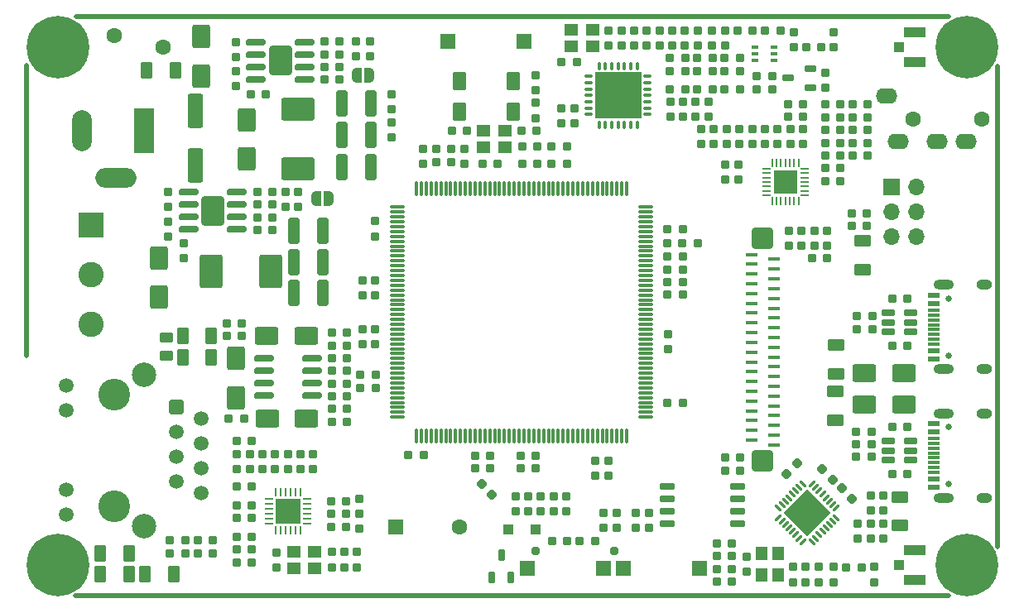
<source format=gts>
G04 #@! TF.GenerationSoftware,KiCad,Pcbnew,7.0.1-3b83917a11~172~ubuntu22.10.1*
G04 #@! TF.CreationDate,2023-03-21T16:32:08+07:00*
G04 #@! TF.ProjectId,GatewayPlus_V1.4,47617465-7761-4795-906c-75735f56312e,rev?*
G04 #@! TF.SameCoordinates,Original*
G04 #@! TF.FileFunction,Soldermask,Top*
G04 #@! TF.FilePolarity,Negative*
%FSLAX46Y46*%
G04 Gerber Fmt 4.6, Leading zero omitted, Abs format (unit mm)*
G04 Created by KiCad (PCBNEW 7.0.1-3b83917a11~172~ubuntu22.10.1) date 2023-03-21 16:32:08*
%MOMM*%
%LPD*%
G01*
G04 APERTURE LIST*
G04 Aperture macros list*
%AMRoundRect*
0 Rectangle with rounded corners*
0 $1 Rounding radius*
0 $2 $3 $4 $5 $6 $7 $8 $9 X,Y pos of 4 corners*
0 Add a 4 corners polygon primitive as box body*
4,1,4,$2,$3,$4,$5,$6,$7,$8,$9,$2,$3,0*
0 Add four circle primitives for the rounded corners*
1,1,$1+$1,$2,$3*
1,1,$1+$1,$4,$5*
1,1,$1+$1,$6,$7*
1,1,$1+$1,$8,$9*
0 Add four rect primitives between the rounded corners*
20,1,$1+$1,$2,$3,$4,$5,0*
20,1,$1+$1,$4,$5,$6,$7,0*
20,1,$1+$1,$6,$7,$8,$9,0*
20,1,$1+$1,$8,$9,$2,$3,0*%
%AMRotRect*
0 Rectangle, with rotation*
0 The origin of the aperture is its center*
0 $1 length*
0 $2 width*
0 $3 Rotation angle, in degrees counterclockwise*
0 Add horizontal line*
21,1,$1,$2,0,0,$3*%
%AMFreePoly0*
4,1,19,0.500000,-0.750000,0.000000,-0.750000,0.000000,-0.744911,-0.071157,-0.744911,-0.207708,-0.704816,-0.327430,-0.627875,-0.420627,-0.520320,-0.479746,-0.390866,-0.500000,-0.250000,-0.500000,0.250000,-0.479746,0.390866,-0.420627,0.520320,-0.327430,0.627875,-0.207708,0.704816,-0.071157,0.744911,0.000000,0.744911,0.000000,0.750000,0.500000,0.750000,0.500000,-0.750000,0.500000,-0.750000,
$1*%
%AMFreePoly1*
4,1,19,0.000000,0.744911,0.071157,0.744911,0.207708,0.704816,0.327430,0.627875,0.420627,0.520320,0.479746,0.390866,0.500000,0.250000,0.500000,-0.250000,0.479746,-0.390866,0.420627,-0.520320,0.327430,-0.627875,0.207708,-0.704816,0.071157,-0.744911,0.000000,-0.744911,0.000000,-0.750000,-0.500000,-0.750000,-0.500000,0.750000,0.000000,0.750000,0.000000,0.744911,0.000000,0.744911,
$1*%
%AMFreePoly2*
4,1,14,0.318306,0.106694,0.381694,0.043306,0.400000,-0.000888,0.400000,-0.062500,0.381694,-0.106694,0.337500,-0.125000,-0.337500,-0.125000,-0.381694,-0.106694,-0.400000,-0.062500,-0.400000,0.062500,-0.381694,0.106694,-0.337500,0.125000,0.274112,0.125000,0.318306,0.106694,0.318306,0.106694,$1*%
%AMFreePoly3*
4,1,14,0.381694,0.106694,0.400000,0.062500,0.400000,0.000888,0.381694,-0.043306,0.318306,-0.106694,0.274112,-0.125000,-0.337500,-0.125000,-0.381694,-0.106694,-0.400000,-0.062500,-0.400000,0.062500,-0.381694,0.106694,-0.337500,0.125000,0.337500,0.125000,0.381694,0.106694,0.381694,0.106694,$1*%
%AMFreePoly4*
4,1,14,0.106694,0.381694,0.125000,0.337500,0.125000,-0.337500,0.106694,-0.381694,0.062500,-0.400000,-0.062500,-0.400000,-0.106694,-0.381694,-0.125000,-0.337500,-0.125000,0.274112,-0.106694,0.318306,-0.043306,0.381694,0.000888,0.400000,0.062500,0.400000,0.106694,0.381694,0.106694,0.381694,$1*%
%AMFreePoly5*
4,1,14,0.043306,0.381694,0.106694,0.318306,0.125000,0.274112,0.125000,-0.337500,0.106694,-0.381694,0.062500,-0.400000,-0.062500,-0.400000,-0.106694,-0.381694,-0.125000,-0.337500,-0.125000,0.337500,-0.106694,0.381694,-0.062500,0.400000,-0.000888,0.400000,0.043306,0.381694,0.043306,0.381694,$1*%
%AMFreePoly6*
4,1,14,0.381694,0.106694,0.400000,0.062500,0.400000,-0.062500,0.381694,-0.106694,0.337500,-0.125000,-0.274112,-0.125000,-0.318306,-0.106693,-0.381694,-0.043306,-0.400000,0.000888,-0.400000,0.062500,-0.381694,0.106694,-0.337500,0.125000,0.337500,0.125000,0.381694,0.106694,0.381694,0.106694,$1*%
%AMFreePoly7*
4,1,14,0.381694,0.106694,0.400000,0.062500,0.400000,-0.062500,0.381694,-0.106694,0.337500,-0.125000,-0.337500,-0.125000,-0.381694,-0.106694,-0.400000,-0.062500,-0.400000,-0.000888,-0.381694,0.043306,-0.318306,0.106694,-0.274112,0.125000,0.337500,0.125000,0.381694,0.106694,0.381694,0.106694,$1*%
%AMFreePoly8*
4,1,14,0.106694,0.381694,0.125000,0.337500,0.125000,-0.274112,0.106694,-0.318306,0.043306,-0.381694,-0.000888,-0.400000,-0.062500,-0.400000,-0.106694,-0.381694,-0.125000,-0.337500,-0.125000,0.337500,-0.106694,0.381694,-0.062500,0.400000,0.062500,0.400000,0.106694,0.381694,0.106694,0.381694,$1*%
%AMFreePoly9*
4,1,14,0.106694,0.381694,0.125000,0.337500,0.125000,-0.337500,0.106694,-0.381694,0.062500,-0.400000,0.000888,-0.400000,-0.043306,-0.381693,-0.106694,-0.318306,-0.125000,-0.274112,-0.125000,0.337500,-0.106694,0.381694,-0.062500,0.400000,0.062500,0.400000,0.106694,0.381694,0.106694,0.381694,$1*%
G04 Aperture macros list end*
%ADD10C,0.500000*%
%ADD11R,1.400000X1.200000*%
%ADD12RoundRect,0.127500X-0.297500X-0.322500X0.297500X-0.322500X0.297500X0.322500X-0.297500X0.322500X0*%
%ADD13R,1.100000X1.100000*%
%ADD14R,2.200000X1.100000*%
%ADD15RoundRect,0.127500X-0.322500X0.297500X-0.322500X-0.297500X0.322500X-0.297500X0.322500X0.297500X0*%
%ADD16RoundRect,0.090000X0.560000X0.210000X-0.560000X0.210000X-0.560000X-0.210000X0.560000X-0.210000X0*%
%ADD17RoundRect,0.127500X0.297500X0.322500X-0.297500X0.322500X-0.297500X-0.322500X0.297500X-0.322500X0*%
%ADD18C,0.800000*%
%ADD19C,6.400000*%
%ADD20RoundRect,0.062500X0.062500X-0.350000X0.062500X0.350000X-0.062500X0.350000X-0.062500X-0.350000X0*%
%ADD21RoundRect,0.062500X0.350000X-0.062500X0.350000X0.062500X-0.350000X0.062500X-0.350000X-0.062500X0*%
%ADD22RoundRect,0.130000X1.170000X-1.170000X1.170000X1.170000X-1.170000X1.170000X-1.170000X-1.170000X0*%
%ADD23RoundRect,0.127500X0.322500X-0.297500X0.322500X0.297500X-0.322500X0.297500X-0.322500X-0.297500X0*%
%ADD24RoundRect,0.130000X0.520000X0.820000X-0.520000X0.820000X-0.520000X-0.820000X0.520000X-0.820000X0*%
%ADD25RoundRect,0.062500X0.309359X-0.220971X-0.220971X0.309359X-0.309359X0.220971X0.220971X-0.309359X0*%
%ADD26RoundRect,0.062500X0.309359X0.220971X0.220971X0.309359X-0.309359X-0.220971X-0.220971X-0.309359X0*%
%ADD27RotRect,3.450000X3.450000X135.000000*%
%ADD28FreePoly0,0.000000*%
%ADD29FreePoly1,0.000000*%
%ADD30R,1.200000X1.400000*%
%ADD31RoundRect,0.150000X-0.525000X0.350000X-0.525000X-0.350000X0.525000X-0.350000X0.525000X0.350000X0*%
%ADD32R,2.600000X2.600000*%
%ADD33C,2.600000*%
%ADD34RoundRect,0.250000X-0.550000X1.500000X-0.550000X-1.500000X0.550000X-1.500000X0.550000X1.500000X0*%
%ADD35RoundRect,0.172500X-0.402500X-0.702500X0.402500X-0.702500X0.402500X0.702500X-0.402500X0.702500X0*%
%ADD36R,2.000000X4.600000*%
%ADD37O,2.000000X4.200000*%
%ADD38O,4.200000X2.000000*%
%ADD39RoundRect,0.172500X0.702500X-0.402500X0.702500X0.402500X-0.702500X0.402500X-0.702500X-0.402500X0*%
%ADD40RoundRect,0.075000X-0.075000X0.312500X-0.075000X-0.312500X0.075000X-0.312500X0.075000X0.312500X0*%
%ADD41RoundRect,0.075000X-0.312500X0.075000X-0.312500X-0.075000X0.312500X-0.075000X0.312500X0.075000X0*%
%ADD42R,4.800000X4.800000*%
%ADD43RoundRect,0.180000X-1.020000X-0.720000X1.020000X-0.720000X1.020000X0.720000X-1.020000X0.720000X0*%
%ADD44RoundRect,0.172500X0.402500X1.177500X-0.402500X1.177500X-0.402500X-1.177500X0.402500X-1.177500X0*%
%ADD45RoundRect,0.127500X-0.438406X-0.017678X-0.017678X-0.438406X0.438406X0.017678X0.017678X0.438406X0*%
%ADD46RoundRect,0.180000X-0.720000X1.020000X-0.720000X-1.020000X0.720000X-1.020000X0.720000X1.020000X0*%
%ADD47R,1.500000X1.500000*%
%ADD48RoundRect,0.075000X-0.075000X0.675000X-0.075000X-0.675000X0.075000X-0.675000X0.075000X0.675000X0*%
%ADD49RoundRect,0.075000X-0.675000X0.075000X-0.675000X-0.075000X0.675000X-0.075000X0.675000X0.075000X0*%
%ADD50RoundRect,0.090000X0.885000X0.210000X-0.885000X0.210000X-0.885000X-0.210000X0.885000X-0.210000X0*%
%ADD51C,1.600000*%
%ADD52RoundRect,0.090000X0.210000X-0.510000X0.210000X0.510000X-0.210000X0.510000X-0.210000X-0.510000X0*%
%ADD53RoundRect,0.127500X0.438406X0.017678X0.017678X0.438406X-0.438406X-0.017678X-0.017678X-0.438406X0*%
%ADD54RoundRect,0.090000X0.510000X0.210000X-0.510000X0.210000X-0.510000X-0.210000X0.510000X-0.210000X0*%
%ADD55C,0.650000*%
%ADD56R,1.300000X0.600000*%
%ADD57R,1.300000X0.300000*%
%ADD58O,2.100000X1.000000*%
%ADD59O,1.600000X1.000000*%
%ADD60RoundRect,0.127500X0.017678X-0.438406X0.438406X-0.017678X-0.017678X0.438406X-0.438406X0.017678X0*%
%ADD61RoundRect,0.172500X0.402500X0.702500X-0.402500X0.702500X-0.402500X-0.702500X0.402500X-0.702500X0*%
%ADD62RoundRect,0.250000X0.300000X0.300000X-0.300000X0.300000X-0.300000X-0.300000X0.300000X-0.300000X0*%
%ADD63RoundRect,0.150000X-0.650000X-0.150000X0.650000X-0.150000X0.650000X0.150000X-0.650000X0.150000X0*%
%ADD64RoundRect,0.172500X-0.702500X0.402500X-0.702500X-0.402500X0.702500X-0.402500X0.702500X0.402500X0*%
%ADD65C,3.250000*%
%ADD66RoundRect,0.250500X-0.499500X0.499500X-0.499500X-0.499500X0.499500X-0.499500X0.499500X0.499500X0*%
%ADD67C,1.500000*%
%ADD68C,2.500000*%
%ADD69RoundRect,0.229000X0.916000X1.271000X-0.916000X1.271000X-0.916000X-1.271000X0.916000X-1.271000X0*%
%ADD70O,2.200000X1.600000*%
%ADD71RoundRect,0.180000X0.720000X-1.020000X0.720000X1.020000X-0.720000X1.020000X-0.720000X-1.020000X0*%
%ADD72R,1.200000X0.400000*%
%ADD73RoundRect,0.330000X-0.770000X-0.770000X0.770000X-0.770000X0.770000X0.770000X-0.770000X0.770000X0*%
%ADD74FreePoly2,90.000000*%
%ADD75RoundRect,0.062500X0.062500X-0.337500X0.062500X0.337500X-0.062500X0.337500X-0.062500X-0.337500X0*%
%ADD76FreePoly3,90.000000*%
%ADD77FreePoly4,90.000000*%
%ADD78RoundRect,0.062500X0.337500X-0.062500X0.337500X0.062500X-0.337500X0.062500X-0.337500X-0.062500X0*%
%ADD79FreePoly5,90.000000*%
%ADD80FreePoly6,90.000000*%
%ADD81FreePoly7,90.000000*%
%ADD82FreePoly8,90.000000*%
%ADD83FreePoly9,90.000000*%
%ADD84R,2.400000X2.400000*%
%ADD85R,0.650000X0.400000*%
%ADD86RoundRect,0.235000X-0.940000X-1.465000X0.940000X-1.465000X0.940000X1.465000X-0.940000X1.465000X0*%
%ADD87RoundRect,0.235000X-1.465000X0.940000X-1.465000X-0.940000X1.465000X-0.940000X1.465000X0.940000X0*%
%ADD88R,1.600000X1.600000*%
%ADD89R,1.700000X1.700000*%
%ADD90O,1.700000X1.700000*%
%ADD91C,0.950000*%
G04 APERTURE END LIST*
D10*
X102560000Y-117659588D02*
X191850000Y-117659588D01*
X102570000Y-58359056D02*
X191850000Y-58359056D01*
X196850266Y-112640000D02*
X196850266Y-63400000D01*
X97559734Y-63380000D02*
X97559734Y-93059322D01*
D11*
X124830000Y-114809056D03*
X127030000Y-114809056D03*
X127030000Y-113109056D03*
X124830000Y-113109056D03*
D12*
X168125000Y-113599056D03*
X169675000Y-113599056D03*
D13*
X186760000Y-114509056D03*
D14*
X188410000Y-112959056D03*
X188409665Y-116059056D03*
D15*
X175910000Y-114684056D03*
X175910000Y-116234056D03*
D16*
X187967500Y-90599056D03*
X187967500Y-89649056D03*
X187967500Y-88699056D03*
X185692500Y-88699056D03*
X185692500Y-89649056D03*
X185692500Y-90599056D03*
D15*
X185170000Y-107364056D03*
X185170000Y-108914056D03*
D17*
X164635000Y-86834056D03*
X163085000Y-86834056D03*
D18*
X191310000Y-61509056D03*
X192012944Y-59812000D03*
X192012944Y-63206112D03*
X193710000Y-59109056D03*
D19*
X193710000Y-61509056D03*
D18*
X193710000Y-63909056D03*
X195407056Y-59812000D03*
X195407056Y-63206112D03*
X196110000Y-61509056D03*
D15*
X131910000Y-85334056D03*
X131910000Y-86884056D03*
D17*
X122675000Y-77601556D03*
X121125000Y-77601556D03*
D12*
X151235000Y-71679056D03*
X152785000Y-71679056D03*
D15*
X125320000Y-76271556D03*
X125320000Y-77821556D03*
D17*
X183937500Y-103429056D03*
X182387500Y-103429056D03*
D20*
X123050000Y-110946556D03*
X123550000Y-110946556D03*
X124050000Y-110946556D03*
X124550000Y-110946556D03*
X125050000Y-110946556D03*
X125550000Y-110946556D03*
D21*
X126237500Y-110259056D03*
X126237500Y-109759056D03*
X126237500Y-109259056D03*
X126237500Y-108759056D03*
X126237500Y-108259056D03*
X126237500Y-107759056D03*
D20*
X125550000Y-107071556D03*
X125050000Y-107071556D03*
X124550000Y-107071556D03*
X124050000Y-107071556D03*
X123550000Y-107071556D03*
X123050000Y-107071556D03*
D21*
X122362500Y-107759056D03*
X122362500Y-108259056D03*
X122362500Y-108759056D03*
X122362500Y-109259056D03*
X122362500Y-109759056D03*
X122362500Y-110259056D03*
D22*
X124300000Y-109009056D03*
D23*
X178085000Y-81834056D03*
X178085000Y-80284056D03*
D12*
X119025000Y-106409056D03*
X120575000Y-106409056D03*
X177885000Y-83109056D03*
X179435000Y-83109056D03*
D24*
X147300000Y-64929056D03*
X141800000Y-64929056D03*
X141800000Y-68129056D03*
X147300000Y-68129056D03*
D17*
X164635000Y-80134056D03*
X163085000Y-80134056D03*
D25*
X177876136Y-112110066D03*
X178229689Y-111756512D03*
X178583243Y-111402959D03*
X178936796Y-111049405D03*
X179290349Y-110695852D03*
X179643903Y-110342299D03*
X179997456Y-109988745D03*
X180351010Y-109635192D03*
D26*
X180351010Y-108662920D03*
X179997456Y-108309367D03*
X179643903Y-107955813D03*
X179290349Y-107602260D03*
X178936796Y-107248707D03*
X178583243Y-106895153D03*
X178229689Y-106541600D03*
X177876136Y-106188046D03*
D25*
X176903864Y-106188046D03*
X176550311Y-106541600D03*
X176196757Y-106895153D03*
X175843204Y-107248707D03*
X175489651Y-107602260D03*
X175136097Y-107955813D03*
X174782544Y-108309367D03*
X174428990Y-108662920D03*
D26*
X174428990Y-109635192D03*
X174782544Y-109988745D03*
X175136097Y-110342299D03*
X175489651Y-110695852D03*
X175843204Y-111049405D03*
X176196757Y-111402959D03*
X176550311Y-111756512D03*
X176903864Y-112110066D03*
D27*
X177390000Y-109149056D03*
D12*
X119025000Y-111609056D03*
X120575000Y-111609056D03*
D28*
X131280000Y-64399056D03*
D29*
X132580000Y-64399056D03*
D15*
X133210000Y-90334056D03*
X133210000Y-91884056D03*
X167660000Y-59809056D03*
X167660000Y-61359056D03*
X113570000Y-81546556D03*
X113570000Y-83096556D03*
D18*
X191310000Y-114509056D03*
X192012944Y-112812000D03*
X192012944Y-116206112D03*
X193710000Y-112109056D03*
D19*
X193710000Y-114509056D03*
D18*
X193710000Y-116909056D03*
X195407056Y-112812000D03*
X195407056Y-116206112D03*
X196110000Y-114509056D03*
D17*
X180760000Y-75199195D03*
X179210000Y-75199195D03*
D30*
X174370000Y-115509056D03*
X174370000Y-113309056D03*
X172670000Y-113309056D03*
X172670000Y-115509056D03*
D23*
X130030000Y-114724056D03*
X130030000Y-113174056D03*
D12*
X168935000Y-62634056D03*
X170485000Y-62634056D03*
D31*
X111795000Y-91209056D03*
X111795000Y-93109056D03*
D32*
X104150000Y-79729056D03*
D33*
X104150000Y-84809056D03*
X104150000Y-89889056D03*
D17*
X113755000Y-111939056D03*
X112205000Y-111939056D03*
D34*
X114830000Y-67999056D03*
X114830000Y-73599056D03*
D17*
X120575000Y-112909056D03*
X119025000Y-112909056D03*
D23*
X176785000Y-81834056D03*
X176785000Y-80284056D03*
D15*
X166160000Y-59809056D03*
X166160000Y-61359056D03*
D12*
X120455000Y-66299056D03*
X122005000Y-66299056D03*
D15*
X153560000Y-67734056D03*
X153560000Y-69284056D03*
D23*
X118930000Y-65499056D03*
X118930000Y-63949056D03*
D35*
X105065000Y-115419056D03*
X108015000Y-115419056D03*
D23*
X150120000Y-109004056D03*
X150120000Y-107454056D03*
D12*
X182010000Y-67359056D03*
X183560000Y-67359056D03*
D36*
X109530000Y-70034056D03*
D37*
X103230000Y-70034056D03*
D38*
X106630000Y-74834056D03*
D17*
X130210000Y-110629056D03*
X128660000Y-110629056D03*
D39*
X180230000Y-99674056D03*
X180230000Y-96724056D03*
D40*
X159985000Y-63446556D03*
X159335000Y-63446556D03*
X158685000Y-63446556D03*
X158035000Y-63446556D03*
X157385000Y-63446556D03*
X156735000Y-63446556D03*
X156085000Y-63446556D03*
D41*
X155047500Y-64484056D03*
X155047500Y-65134056D03*
X155047500Y-65784056D03*
X155047500Y-66434056D03*
X155047500Y-67084056D03*
X155047500Y-67734056D03*
X155047500Y-68384056D03*
D40*
X156085000Y-69421556D03*
X156735000Y-69421556D03*
X157385000Y-69421556D03*
X158035000Y-69421556D03*
X158685000Y-69421556D03*
X159335000Y-69421556D03*
X159985000Y-69421556D03*
D41*
X161022500Y-68384056D03*
X161022500Y-67734056D03*
X161022500Y-67084056D03*
X161022500Y-66434056D03*
X161022500Y-65784056D03*
X161022500Y-65134056D03*
X161022500Y-64484056D03*
D42*
X158035000Y-66434056D03*
D17*
X180760000Y-69984056D03*
X179210000Y-69984056D03*
D12*
X168935000Y-63934056D03*
X170485000Y-63934056D03*
D43*
X183242500Y-94869056D03*
X187292500Y-94869056D03*
D15*
X175485000Y-80284056D03*
X175485000Y-81834056D03*
D44*
X132755000Y-67249056D03*
X129805000Y-67249056D03*
D17*
X167685000Y-63934056D03*
X166135000Y-63934056D03*
X130325000Y-92034056D03*
X128775000Y-92034056D03*
D45*
X144051992Y-106191048D03*
X145148008Y-107287064D03*
D12*
X182010000Y-68684056D03*
X183560000Y-68684056D03*
D46*
X111070000Y-83046556D03*
X111070000Y-87096556D03*
D12*
X139435000Y-71909056D03*
X140985000Y-71909056D03*
X163335000Y-63934056D03*
X164885000Y-63934056D03*
D17*
X180735000Y-67359056D03*
X179185000Y-67359056D03*
D23*
X170310000Y-75055000D03*
X170310000Y-73505000D03*
X178510000Y-116234056D03*
X178510000Y-114684056D03*
D15*
X171735000Y-69884056D03*
X171735000Y-71434056D03*
X138110000Y-71884056D03*
X138110000Y-73434056D03*
D12*
X148085000Y-103284056D03*
X149635000Y-103284056D03*
X143385000Y-104589056D03*
X144935000Y-104589056D03*
D15*
X168960000Y-59809056D03*
X168960000Y-61359056D03*
D44*
X127820000Y-83471556D03*
X124870000Y-83471556D03*
D47*
X148435000Y-60934056D03*
X140635000Y-60934056D03*
D23*
X160960000Y-61359056D03*
X160960000Y-59809056D03*
D15*
X167260000Y-67084056D03*
X167260000Y-68634056D03*
X185170000Y-110224056D03*
X185170000Y-111774056D03*
D23*
X149590000Y-68734056D03*
X149590000Y-67184056D03*
D48*
X158910000Y-75934056D03*
X158410000Y-75934056D03*
X157910000Y-75934056D03*
X157410000Y-75934056D03*
X156910000Y-75934056D03*
X156410000Y-75934056D03*
X155910000Y-75934056D03*
X155410000Y-75934056D03*
X154910000Y-75934056D03*
X154410000Y-75934056D03*
X153910000Y-75934056D03*
X153410000Y-75934056D03*
X152910000Y-75934056D03*
X152410000Y-75934056D03*
X151910000Y-75934056D03*
X151410000Y-75934056D03*
X150910000Y-75934056D03*
X150410000Y-75934056D03*
X149910000Y-75934056D03*
X149410000Y-75934056D03*
X148910000Y-75934056D03*
X148410000Y-75934056D03*
X147910000Y-75934056D03*
X147410000Y-75934056D03*
X146910000Y-75934056D03*
X146410000Y-75934056D03*
X145910000Y-75934056D03*
X145410000Y-75934056D03*
X144910000Y-75934056D03*
X144410000Y-75934056D03*
X143910000Y-75934056D03*
X143410000Y-75934056D03*
X142910000Y-75934056D03*
X142410000Y-75934056D03*
X141910000Y-75934056D03*
X141410000Y-75934056D03*
X140910000Y-75934056D03*
X140410000Y-75934056D03*
X139910000Y-75934056D03*
X139410000Y-75934056D03*
X138910000Y-75934056D03*
X138410000Y-75934056D03*
X137910000Y-75934056D03*
X137410000Y-75934056D03*
D49*
X135485000Y-77859056D03*
X135485000Y-78359056D03*
X135485000Y-78859056D03*
X135485000Y-79359056D03*
X135485000Y-79859056D03*
X135485000Y-80359056D03*
X135485000Y-80859056D03*
X135485000Y-81359056D03*
X135485000Y-81859056D03*
X135485000Y-82359056D03*
X135485000Y-82859056D03*
X135485000Y-83359056D03*
X135485000Y-83859056D03*
X135485000Y-84359056D03*
X135485000Y-84859056D03*
X135485000Y-85359056D03*
X135485000Y-85859056D03*
X135485000Y-86359056D03*
X135485000Y-86859056D03*
X135485000Y-87359056D03*
X135485000Y-87859056D03*
X135485000Y-88359056D03*
X135485000Y-88859056D03*
X135485000Y-89359056D03*
X135485000Y-89859056D03*
X135485000Y-90359056D03*
X135485000Y-90859056D03*
X135485000Y-91359056D03*
X135485000Y-91859056D03*
X135485000Y-92359056D03*
X135485000Y-92859056D03*
X135485000Y-93359056D03*
X135485000Y-93859056D03*
X135485000Y-94359056D03*
X135485000Y-94859056D03*
X135485000Y-95359056D03*
X135485000Y-95859056D03*
X135485000Y-96359056D03*
X135485000Y-96859056D03*
X135485000Y-97359056D03*
X135485000Y-97859056D03*
X135485000Y-98359056D03*
X135485000Y-98859056D03*
X135485000Y-99359056D03*
D48*
X137410000Y-101284056D03*
X137910000Y-101284056D03*
X138410000Y-101284056D03*
X138910000Y-101284056D03*
X139410000Y-101284056D03*
X139910000Y-101284056D03*
X140410000Y-101284056D03*
X140910000Y-101284056D03*
X141410000Y-101284056D03*
X141910000Y-101284056D03*
X142410000Y-101284056D03*
X142910000Y-101284056D03*
X143410000Y-101284056D03*
X143910000Y-101284056D03*
X144410000Y-101284056D03*
X144910000Y-101284056D03*
X145410000Y-101284056D03*
X145910000Y-101284056D03*
X146410000Y-101284056D03*
X146910000Y-101284056D03*
X147410000Y-101284056D03*
X147910000Y-101284056D03*
X148410000Y-101284056D03*
X148910000Y-101284056D03*
X149410000Y-101284056D03*
X149910000Y-101284056D03*
X150410000Y-101284056D03*
X150910000Y-101284056D03*
X151410000Y-101284056D03*
X151910000Y-101284056D03*
X152410000Y-101284056D03*
X152910000Y-101284056D03*
X153410000Y-101284056D03*
X153910000Y-101284056D03*
X154410000Y-101284056D03*
X154910000Y-101284056D03*
X155410000Y-101284056D03*
X155910000Y-101284056D03*
X156410000Y-101284056D03*
X156910000Y-101284056D03*
X157410000Y-101284056D03*
X157910000Y-101284056D03*
X158410000Y-101284056D03*
X158910000Y-101284056D03*
D49*
X160835000Y-99359056D03*
X160835000Y-98859056D03*
X160835000Y-98359056D03*
X160835000Y-97859056D03*
X160835000Y-97359056D03*
X160835000Y-96859056D03*
X160835000Y-96359056D03*
X160835000Y-95859056D03*
X160835000Y-95359056D03*
X160835000Y-94859056D03*
X160835000Y-94359056D03*
X160835000Y-93859056D03*
X160835000Y-93359056D03*
X160835000Y-92859056D03*
X160835000Y-92359056D03*
X160835000Y-91859056D03*
X160835000Y-91359056D03*
X160835000Y-90859056D03*
X160835000Y-90359056D03*
X160835000Y-89859056D03*
X160835000Y-89359056D03*
X160835000Y-88859056D03*
X160835000Y-88359056D03*
X160835000Y-87859056D03*
X160835000Y-87359056D03*
X160835000Y-86859056D03*
X160835000Y-86359056D03*
X160835000Y-85859056D03*
X160835000Y-85359056D03*
X160835000Y-84859056D03*
X160835000Y-84359056D03*
X160835000Y-83859056D03*
X160835000Y-83359056D03*
X160835000Y-82859056D03*
X160835000Y-82359056D03*
X160835000Y-81859056D03*
X160835000Y-81359056D03*
X160835000Y-80859056D03*
X160835000Y-80359056D03*
X160835000Y-79859056D03*
X160835000Y-79359056D03*
X160835000Y-78859056D03*
X160835000Y-78359056D03*
X160835000Y-77859056D03*
D17*
X174635000Y-59834056D03*
X173085000Y-59834056D03*
X164885000Y-65809056D03*
X163335000Y-65809056D03*
D15*
X125550000Y-103134056D03*
X125550000Y-104684056D03*
D12*
X128660000Y-107969056D03*
X130210000Y-107969056D03*
D15*
X164660000Y-67084056D03*
X164660000Y-68634056D03*
D12*
X182010000Y-69984056D03*
X183560000Y-69984056D03*
D17*
X152815000Y-112009056D03*
X151265000Y-112009056D03*
D23*
X177210000Y-116234056D03*
X177210000Y-114684056D03*
D17*
X129555000Y-63524056D03*
X128005000Y-63524056D03*
D50*
X126775000Y-97179056D03*
X126775000Y-95909056D03*
X126775000Y-94639056D03*
X126775000Y-93369056D03*
X121825000Y-93369056D03*
X121825000Y-94639056D03*
X121825000Y-95909056D03*
X121825000Y-97179056D03*
D18*
X98310000Y-61509056D03*
X99012944Y-59812000D03*
X99012944Y-63206112D03*
X100710000Y-59109056D03*
D19*
X100710000Y-61509056D03*
D18*
X100710000Y-63909056D03*
X102407056Y-59812000D03*
X102407056Y-63206112D03*
X103110000Y-61509056D03*
D17*
X187600000Y-100379056D03*
X186050000Y-100379056D03*
D44*
X132755000Y-70499056D03*
X129805000Y-70499056D03*
D51*
X111470000Y-61479056D03*
X106470000Y-60279056D03*
D52*
X145140000Y-115786556D03*
X147040000Y-115786556D03*
X146090000Y-113511556D03*
D43*
X122125000Y-99499056D03*
X126175000Y-99499056D03*
D12*
X163085000Y-84234056D03*
X164635000Y-84234056D03*
D53*
X179998008Y-105747064D03*
X178901992Y-104651048D03*
D15*
X122950000Y-103134056D03*
X122950000Y-104684056D03*
D13*
X186760000Y-61509056D03*
D14*
X188410000Y-59959056D03*
X188409665Y-63059056D03*
D23*
X162260000Y-61359056D03*
X162260000Y-59809056D03*
D17*
X113755000Y-113284056D03*
X112205000Y-113284056D03*
D12*
X136585000Y-103259056D03*
X138135000Y-103259056D03*
D15*
X175635000Y-69884056D03*
X175635000Y-71434056D03*
D17*
X183937500Y-100829056D03*
X182387500Y-100829056D03*
D23*
X118930000Y-62499056D03*
X118930000Y-60949056D03*
D17*
X130325000Y-93324056D03*
X128775000Y-93324056D03*
D54*
X177722500Y-65609056D03*
X177722500Y-63709056D03*
X175447500Y-64659056D03*
D55*
X191870000Y-93039056D03*
X191870000Y-87259056D03*
D56*
X190345000Y-93399056D03*
X190345000Y-92599056D03*
D57*
X190345000Y-91399056D03*
X190345000Y-90399056D03*
X190345000Y-89899056D03*
X190345000Y-88899056D03*
D56*
X190345000Y-87699056D03*
X190345000Y-86899056D03*
X190345000Y-86899056D03*
X190345000Y-87699056D03*
D57*
X190345000Y-88399056D03*
X190345000Y-89399056D03*
X190345000Y-90899056D03*
X190345000Y-91899056D03*
D56*
X190345000Y-92599056D03*
X190345000Y-93399056D03*
D58*
X191340000Y-94469056D03*
D59*
X195520000Y-94469056D03*
D58*
X191340000Y-85829056D03*
D59*
X195520000Y-85829056D03*
D15*
X180110000Y-59984056D03*
X180110000Y-61534056D03*
X126850000Y-103134056D03*
X126850000Y-104684056D03*
D23*
X163560000Y-61359056D03*
X163560000Y-59809056D03*
D17*
X183937500Y-102129056D03*
X182387500Y-102129056D03*
D55*
X191850000Y-106169056D03*
X191850000Y-100389056D03*
D56*
X190325000Y-106529056D03*
X190325000Y-105729056D03*
D57*
X190325000Y-104529056D03*
X190325000Y-103529056D03*
X190325000Y-103029056D03*
X190325000Y-102029056D03*
D56*
X190325000Y-100829056D03*
X190325000Y-100029056D03*
X190325000Y-100029056D03*
X190325000Y-100829056D03*
D57*
X190325000Y-101529056D03*
X190325000Y-102529056D03*
X190325000Y-104029056D03*
X190325000Y-105029056D03*
D56*
X190325000Y-105729056D03*
X190325000Y-106529056D03*
D58*
X191320000Y-107599056D03*
D59*
X195500000Y-107599056D03*
D58*
X191320000Y-98959056D03*
D59*
X195500000Y-98959056D03*
D12*
X143385000Y-103284056D03*
X144935000Y-103284056D03*
D15*
X120350000Y-103134056D03*
X120350000Y-104684056D03*
D35*
X109835000Y-63899056D03*
X112785000Y-63899056D03*
D60*
X175221992Y-105187064D03*
X176318008Y-104091048D03*
D12*
X166135000Y-62634056D03*
X167685000Y-62634056D03*
D15*
X156560000Y-109174056D03*
X156560000Y-110724056D03*
D12*
X141010000Y-70009056D03*
X142560000Y-70009056D03*
X148085000Y-104584056D03*
X149635000Y-104584056D03*
D17*
X183450000Y-79784056D03*
X181900000Y-79784056D03*
X122675000Y-78901556D03*
X121125000Y-78901556D03*
D23*
X112020000Y-80871556D03*
X112020000Y-79321556D03*
D15*
X133210000Y-85334056D03*
X133210000Y-86884056D03*
D17*
X120575000Y-114209056D03*
X119025000Y-114209056D03*
D15*
X184240000Y-114684056D03*
X184240000Y-116234056D03*
D17*
X130325000Y-94624056D03*
X128775000Y-94624056D03*
D12*
X139435000Y-73234056D03*
X140985000Y-73234056D03*
D23*
X148820000Y-109004056D03*
X148820000Y-107454056D03*
D17*
X152785000Y-73409056D03*
X151235000Y-73409056D03*
D23*
X159880000Y-110724056D03*
X159880000Y-109174056D03*
D15*
X179210000Y-64084056D03*
X179210000Y-65634056D03*
D17*
X130210000Y-109269056D03*
X128660000Y-109269056D03*
D15*
X183860000Y-107364056D03*
X183860000Y-108914056D03*
D17*
X170520000Y-103524056D03*
X168970000Y-103524056D03*
D12*
X115055000Y-113289056D03*
X116605000Y-113289056D03*
D61*
X116445000Y-91059056D03*
X113495000Y-91059056D03*
D12*
X170235000Y-59834056D03*
X171785000Y-59834056D03*
D17*
X184025000Y-90329056D03*
X182475000Y-90329056D03*
D12*
X172235000Y-64459056D03*
X173785000Y-64459056D03*
D17*
X170525000Y-104839056D03*
X168975000Y-104839056D03*
D15*
X164860000Y-59809056D03*
X164860000Y-61359056D03*
D12*
X152235000Y-62984056D03*
X153785000Y-62984056D03*
D62*
X149590000Y-110859056D03*
X146790000Y-110859056D03*
D15*
X182560000Y-110229056D03*
X182560000Y-111779056D03*
D12*
X182010000Y-71284056D03*
X183560000Y-71284056D03*
D44*
X127815000Y-86671556D03*
X124865000Y-86671556D03*
D15*
X121650000Y-103134056D03*
X121650000Y-104684056D03*
D12*
X179210000Y-72584056D03*
X180760000Y-72584056D03*
D23*
X155710000Y-105384056D03*
X155710000Y-103834056D03*
D35*
X109615000Y-115419056D03*
X112565000Y-115419056D03*
D63*
X163050000Y-106479056D03*
X163050000Y-107749056D03*
X163050000Y-109019056D03*
X163050000Y-110289056D03*
X170250000Y-110289056D03*
X170250000Y-109019056D03*
X170250000Y-107749056D03*
X170250000Y-106479056D03*
D16*
X187962500Y-103729056D03*
X187962500Y-102779056D03*
X187962500Y-101829056D03*
X185687500Y-101829056D03*
X185687500Y-102779056D03*
X185687500Y-103729056D03*
D11*
X146460000Y-70059056D03*
X144260000Y-70059056D03*
X144260000Y-71759056D03*
X146460000Y-71759056D03*
D17*
X164635000Y-97859056D03*
X163085000Y-97859056D03*
D12*
X163085000Y-85534056D03*
X164635000Y-85534056D03*
X182010000Y-72584056D03*
X183560000Y-72584056D03*
X131685000Y-95059056D03*
X133235000Y-95059056D03*
X128775000Y-98524056D03*
X130325000Y-98524056D03*
D44*
X127820000Y-80271556D03*
X124870000Y-80271556D03*
D15*
X132680000Y-60899056D03*
X132680000Y-62449056D03*
D23*
X163110000Y-92384056D03*
X163110000Y-90834056D03*
D53*
X181978008Y-107727064D03*
X180881992Y-106631048D03*
D28*
X127145000Y-76971556D03*
D29*
X128445000Y-76971556D03*
D23*
X169010000Y-75055000D03*
X169010000Y-73505000D03*
D64*
X180300000Y-92014056D03*
X180300000Y-94964056D03*
D17*
X180760000Y-73884056D03*
X179210000Y-73884056D03*
D12*
X119025000Y-109659056D03*
X120575000Y-109659056D03*
D17*
X119750000Y-99499056D03*
X118200000Y-99499056D03*
D23*
X131330000Y-114724056D03*
X131330000Y-113174056D03*
D11*
X153210000Y-61434056D03*
X155410000Y-61434056D03*
X155410000Y-59734056D03*
X153210000Y-59734056D03*
D15*
X165960000Y-67084056D03*
X165960000Y-68634056D03*
D23*
X179410000Y-81834056D03*
X179410000Y-80284056D03*
D12*
X166135000Y-65809056D03*
X167685000Y-65809056D03*
D15*
X161220000Y-109174056D03*
X161220000Y-110724056D03*
D61*
X108015000Y-113294056D03*
X105065000Y-113294056D03*
D15*
X183860000Y-110224056D03*
X183860000Y-111774056D03*
D23*
X180040000Y-116234056D03*
X180040000Y-114684056D03*
D12*
X128775000Y-97224056D03*
X130325000Y-97224056D03*
D61*
X116445000Y-93259056D03*
X113495000Y-93259056D03*
D65*
X106472500Y-97014056D03*
X106472500Y-108444056D03*
D66*
X112832500Y-98289056D03*
D67*
X115372500Y-99549056D03*
X112832500Y-100829056D03*
X115372500Y-102089056D03*
X112832500Y-103369056D03*
X115372500Y-104629056D03*
X112832500Y-105909056D03*
X115372500Y-107169056D03*
X101572500Y-96104056D03*
X101572500Y-98644056D03*
X101572500Y-106814056D03*
X101572500Y-109354056D03*
D68*
X109522500Y-94984056D03*
X109522500Y-110474056D03*
D23*
X151420000Y-109004056D03*
X151420000Y-107454056D03*
X147520000Y-109004056D03*
X147520000Y-107454056D03*
D12*
X128005000Y-60924056D03*
X129555000Y-60924056D03*
D18*
X98310000Y-114509056D03*
X99012944Y-112812000D03*
X99012944Y-116206112D03*
X100710000Y-112109056D03*
D19*
X100710000Y-114509056D03*
D18*
X100710000Y-116909056D03*
X102407056Y-112812000D03*
X102407056Y-116206112D03*
X103110000Y-114509056D03*
D17*
X119575000Y-89774056D03*
X118025000Y-89774056D03*
D23*
X159660000Y-61359056D03*
X159660000Y-59809056D03*
D12*
X179210000Y-68684056D03*
X180760000Y-68684056D03*
D23*
X157010000Y-105384056D03*
X157010000Y-103834056D03*
D17*
X180760000Y-71284056D03*
X179210000Y-71284056D03*
D50*
X125955000Y-64779056D03*
X125955000Y-63509056D03*
X125955000Y-62239056D03*
X125955000Y-60969056D03*
X121005000Y-60969056D03*
X121005000Y-62239056D03*
X121005000Y-63509056D03*
X121005000Y-64779056D03*
D69*
X123480000Y-62874056D03*
D51*
X195240000Y-68819056D03*
X188240000Y-68819056D03*
D70*
X190640000Y-71119056D03*
X193640000Y-71119056D03*
X185530000Y-66519056D03*
X186640000Y-71119056D03*
D23*
X166535000Y-71434056D03*
X166535000Y-69884056D03*
D15*
X163360000Y-67084056D03*
X163360000Y-68634056D03*
D12*
X128005000Y-64824056D03*
X129555000Y-64824056D03*
X148235000Y-71679056D03*
X149785000Y-71679056D03*
D23*
X112020000Y-77871556D03*
X112020000Y-76321556D03*
D12*
X119025000Y-108359056D03*
X120575000Y-108359056D03*
D39*
X186870000Y-110464056D03*
X186870000Y-107514056D03*
D43*
X183242500Y-98079056D03*
X187292500Y-98079056D03*
D17*
X120575000Y-101799056D03*
X119025000Y-101799056D03*
D23*
X124020000Y-77821556D03*
X124020000Y-76271556D03*
X119050000Y-104684056D03*
X119050000Y-103134056D03*
D17*
X119575000Y-91074056D03*
X118025000Y-91074056D03*
D15*
X142310000Y-71884056D03*
X142310000Y-73434056D03*
D23*
X134870000Y-70710000D03*
X134870000Y-69160000D03*
D12*
X168125000Y-114899056D03*
X169675000Y-114899056D03*
D71*
X115360000Y-64426556D03*
X115360000Y-60376556D03*
D23*
X128730000Y-114724056D03*
X128730000Y-113174056D03*
D17*
X129555000Y-62224056D03*
X128005000Y-62224056D03*
D72*
X171660000Y-82709056D03*
X173960000Y-83209056D03*
X171660000Y-83709056D03*
X173960000Y-84209056D03*
X171660000Y-84709056D03*
X173960000Y-85209056D03*
X171660000Y-85709056D03*
X173960000Y-86209056D03*
X171660000Y-86709056D03*
X173960000Y-87209056D03*
X171660000Y-87709056D03*
X173960000Y-88209056D03*
X171660000Y-88709056D03*
X173960000Y-89209056D03*
X171660000Y-89709056D03*
X173960000Y-90209056D03*
X171660000Y-90709056D03*
X173960000Y-91209056D03*
X171660000Y-91709056D03*
X173960000Y-92209056D03*
X171660000Y-92709056D03*
X173960000Y-93209056D03*
X171660000Y-93709056D03*
X173960000Y-94209056D03*
X171660000Y-94709056D03*
X173960000Y-95209056D03*
X171660000Y-95709056D03*
X173960000Y-96209056D03*
X171660000Y-96709056D03*
X173960000Y-97209056D03*
X171660000Y-97709056D03*
X173960000Y-98209056D03*
X171660000Y-98709056D03*
X173960000Y-99209056D03*
X171660000Y-99709056D03*
X173960000Y-100209056D03*
X171660000Y-100709056D03*
X173960000Y-101209056D03*
X171660000Y-101709056D03*
X173960000Y-102209056D03*
D73*
X172810000Y-81059056D03*
X172810000Y-103859056D03*
D17*
X169675000Y-116199056D03*
X168125000Y-116199056D03*
X176960000Y-67309056D03*
X175410000Y-67309056D03*
D15*
X124250000Y-103134056D03*
X124250000Y-104684056D03*
D17*
X149710000Y-70009056D03*
X148160000Y-70009056D03*
D15*
X170435000Y-69884056D03*
X170435000Y-71434056D03*
D74*
X173785000Y-77234056D03*
D75*
X174235000Y-77234056D03*
X174685000Y-77234056D03*
X175135000Y-77234056D03*
X175585000Y-77234056D03*
X176035000Y-77234056D03*
D76*
X176485000Y-77234056D03*
D77*
X177085000Y-76634056D03*
D78*
X177085000Y-76184056D03*
X177085000Y-75734056D03*
X177085000Y-75284056D03*
X177085000Y-74834056D03*
X177085000Y-74384056D03*
D79*
X177085000Y-73934056D03*
D80*
X176485000Y-73334056D03*
D75*
X176035000Y-73334056D03*
X175585000Y-73334056D03*
X175135000Y-73334056D03*
X174685000Y-73334056D03*
X174235000Y-73334056D03*
D81*
X173785000Y-73334056D03*
D82*
X173185000Y-73934056D03*
D78*
X173185000Y-74384056D03*
X173185000Y-74834056D03*
X173185000Y-75284056D03*
X173185000Y-75734056D03*
X173185000Y-76184056D03*
D83*
X173185000Y-76634056D03*
D84*
X175135000Y-75284056D03*
D17*
X173785000Y-65809056D03*
X172235000Y-65809056D03*
D15*
X176010000Y-59984056D03*
X176010000Y-61534056D03*
D85*
X172060000Y-61509056D03*
X172060000Y-62159056D03*
X172060000Y-62809056D03*
X173960000Y-62809056D03*
X173960000Y-62159056D03*
X173960000Y-61509056D03*
D17*
X155665000Y-112009056D03*
X154115000Y-112009056D03*
X184025000Y-88979056D03*
X182475000Y-88979056D03*
D15*
X133210000Y-79304056D03*
X133210000Y-80854056D03*
X131910000Y-90334056D03*
X131910000Y-91884056D03*
D17*
X187625000Y-92069056D03*
X186075000Y-92069056D03*
D15*
X149590000Y-64374056D03*
X149590000Y-65924056D03*
D23*
X157910000Y-110724056D03*
X157910000Y-109174056D03*
D15*
X167835000Y-69884056D03*
X167835000Y-71434056D03*
D86*
X116445000Y-84459056D03*
X122495000Y-84459056D03*
D17*
X182915000Y-114709056D03*
X181365000Y-114709056D03*
D12*
X128775000Y-90734056D03*
X130325000Y-90734056D03*
D15*
X174335000Y-69884056D03*
X174335000Y-71434056D03*
D47*
X148740000Y-114799056D03*
X156540000Y-114799056D03*
D44*
X132755000Y-73749056D03*
X129805000Y-73749056D03*
D12*
X177285000Y-61509056D03*
X178835000Y-61509056D03*
D17*
X130325000Y-95924056D03*
X128775000Y-95924056D03*
X187605000Y-87239056D03*
X186055000Y-87239056D03*
D39*
X183010000Y-84234056D03*
X183010000Y-81284056D03*
D46*
X120055000Y-68911556D03*
X120055000Y-72961556D03*
D50*
X119045000Y-80156556D03*
X119045000Y-78886556D03*
X119045000Y-77616556D03*
X119045000Y-76346556D03*
X114095000Y-76346556D03*
X114095000Y-77616556D03*
X114095000Y-78886556D03*
X114095000Y-80156556D03*
D69*
X116570000Y-78251556D03*
D17*
X164635000Y-82934056D03*
X163085000Y-82934056D03*
D87*
X125330000Y-67874056D03*
X125330000Y-73924056D03*
D15*
X173035000Y-69884056D03*
X173035000Y-71434056D03*
D23*
X158360000Y-61359056D03*
X158360000Y-59809056D03*
D17*
X176960000Y-68609056D03*
X175410000Y-68609056D03*
X183450000Y-78484056D03*
X181900000Y-78484056D03*
X187600000Y-105179056D03*
X186050000Y-105179056D03*
D12*
X131685000Y-96359056D03*
X133235000Y-96359056D03*
D47*
X158600000Y-114799056D03*
X166400000Y-114799056D03*
D15*
X131180000Y-60899056D03*
X131180000Y-62449056D03*
D23*
X152720000Y-109004056D03*
X152720000Y-107454056D03*
D46*
X118975000Y-93324056D03*
X118975000Y-97374056D03*
D17*
X145685000Y-73409056D03*
X144135000Y-73409056D03*
D12*
X168935000Y-65809056D03*
X170485000Y-65809056D03*
D15*
X123130000Y-113184056D03*
X123130000Y-114734056D03*
D12*
X168125000Y-112289056D03*
X169675000Y-112289056D03*
X121125000Y-76301556D03*
X122675000Y-76301556D03*
D88*
X135290000Y-110569056D03*
D51*
X141790000Y-110569056D03*
D12*
X163060000Y-81534056D03*
X164610000Y-81534056D03*
X166160000Y-81534056D03*
D15*
X152260000Y-67734056D03*
X152260000Y-69284056D03*
D89*
X185990000Y-75819056D03*
D90*
X188530000Y-75819056D03*
X185990000Y-78359056D03*
X188530000Y-78359056D03*
X185990000Y-80899056D03*
X188530000Y-80899056D03*
D17*
X149785000Y-73409056D03*
X148235000Y-73409056D03*
D15*
X171145000Y-113624056D03*
X171145000Y-115174056D03*
X134870000Y-66315000D03*
X134870000Y-67865000D03*
D43*
X122100000Y-91074056D03*
X126150000Y-91074056D03*
D23*
X157060000Y-61359056D03*
X157060000Y-59809056D03*
D15*
X176935000Y-69884056D03*
X176935000Y-71434056D03*
X169135000Y-69884056D03*
X169135000Y-71434056D03*
D12*
X115055000Y-111939056D03*
X116605000Y-111939056D03*
X121125000Y-80201556D03*
X122675000Y-80201556D03*
D15*
X131535000Y-107694056D03*
X131535000Y-109244056D03*
X131535000Y-110794056D03*
D12*
X163335000Y-62634056D03*
X164885000Y-62634056D03*
D17*
X130325000Y-99824056D03*
X128775000Y-99824056D03*
D91*
X157610000Y-113056556D03*
X149610000Y-113056556D03*
M02*

</source>
